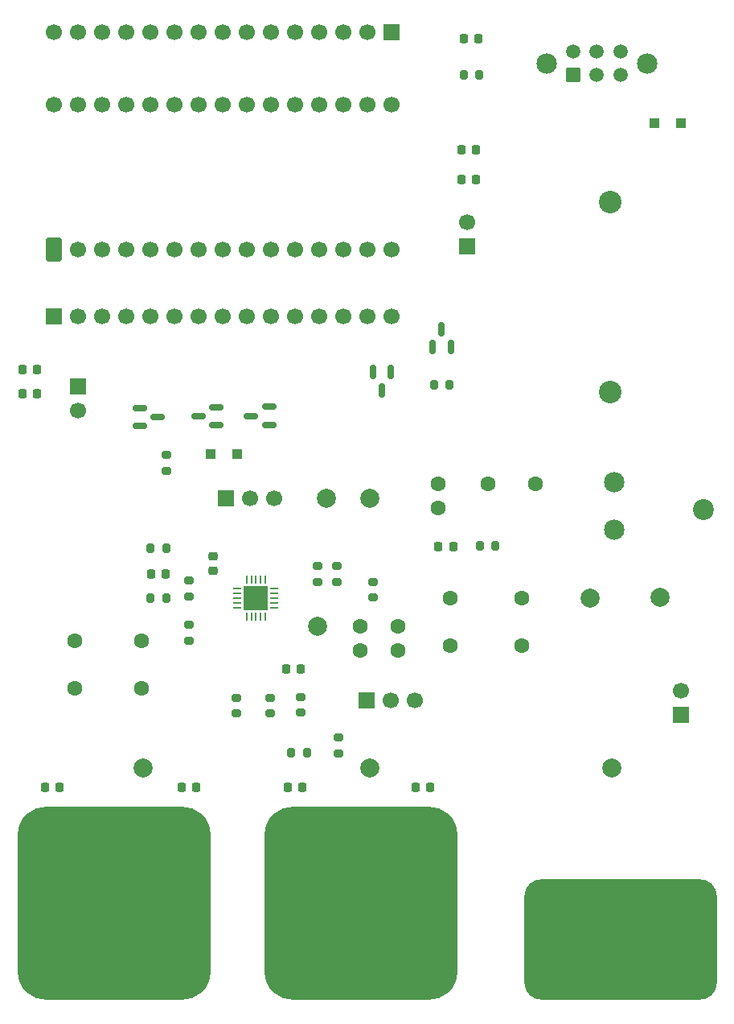
<source format=gbr>
%TF.GenerationSoftware,KiCad,Pcbnew,9.0.3*%
%TF.CreationDate,2025-08-01T10:01:51-04:00*%
%TF.ProjectId,ECG,4543472e-6b69-4636-9164-5f7063625858,rev?*%
%TF.SameCoordinates,Original*%
%TF.FileFunction,Soldermask,Top*%
%TF.FilePolarity,Negative*%
%FSLAX46Y46*%
G04 Gerber Fmt 4.6, Leading zero omitted, Abs format (unit mm)*
G04 Created by KiCad (PCBNEW 9.0.3) date 2025-08-01 10:01:51*
%MOMM*%
%LPD*%
G01*
G04 APERTURE LIST*
G04 Aperture macros list*
%AMRoundRect*
0 Rectangle with rounded corners*
0 $1 Rounding radius*
0 $2 $3 $4 $5 $6 $7 $8 $9 X,Y pos of 4 corners*
0 Add a 4 corners polygon primitive as box body*
4,1,4,$2,$3,$4,$5,$6,$7,$8,$9,$2,$3,0*
0 Add four circle primitives for the rounded corners*
1,1,$1+$1,$2,$3*
1,1,$1+$1,$4,$5*
1,1,$1+$1,$6,$7*
1,1,$1+$1,$8,$9*
0 Add four rect primitives between the rounded corners*
20,1,$1+$1,$2,$3,$4,$5,0*
20,1,$1+$1,$4,$5,$6,$7,0*
20,1,$1+$1,$6,$7,$8,$9,0*
20,1,$1+$1,$8,$9,$2,$3,0*%
G04 Aperture macros list end*
%ADD10RoundRect,0.200000X-0.275000X0.200000X-0.275000X-0.200000X0.275000X-0.200000X0.275000X0.200000X0*%
%ADD11C,2.000000*%
%ADD12RoundRect,0.225000X0.225000X0.250000X-0.225000X0.250000X-0.225000X-0.250000X0.225000X-0.250000X0*%
%ADD13R,1.700000X1.700000*%
%ADD14C,1.700000*%
%ADD15RoundRect,0.225000X-0.225000X-0.250000X0.225000X-0.250000X0.225000X0.250000X-0.225000X0.250000X0*%
%ADD16C,1.600000*%
%ADD17RoundRect,3.048000X7.112000X7.112000X-7.112000X7.112000X-7.112000X-7.112000X7.112000X-7.112000X0*%
%ADD18RoundRect,0.200000X0.275000X-0.200000X0.275000X0.200000X-0.275000X0.200000X-0.275000X-0.200000X0*%
%ADD19C,2.154000*%
%ADD20RoundRect,0.200000X0.200000X0.275000X-0.200000X0.275000X-0.200000X-0.275000X0.200000X-0.275000X0*%
%ADD21RoundRect,1.905000X8.255000X4.445000X-8.255000X4.445000X-8.255000X-4.445000X8.255000X-4.445000X0*%
%ADD22RoundRect,0.150000X0.150000X-0.587500X0.150000X0.587500X-0.150000X0.587500X-0.150000X-0.587500X0*%
%ADD23RoundRect,0.200000X-0.200000X-0.275000X0.200000X-0.275000X0.200000X0.275000X-0.200000X0.275000X0*%
%ADD24RoundRect,0.150000X0.587500X0.150000X-0.587500X0.150000X-0.587500X-0.150000X0.587500X-0.150000X0*%
%ADD25RoundRect,0.150000X-0.587500X-0.150000X0.587500X-0.150000X0.587500X0.150000X-0.587500X0.150000X0*%
%ADD26RoundRect,0.250000X-0.300000X-0.300000X0.300000X-0.300000X0.300000X0.300000X-0.300000X0.300000X0*%
%ADD27C,2.200000*%
%ADD28RoundRect,0.218750X0.218750X0.256250X-0.218750X0.256250X-0.218750X-0.256250X0.218750X-0.256250X0*%
%ADD29RoundRect,0.218750X-0.218750X-0.256250X0.218750X-0.256250X0.218750X0.256250X-0.218750X0.256250X0*%
%ADD30RoundRect,0.150000X-0.150000X0.587500X-0.150000X-0.587500X0.150000X-0.587500X0.150000X0.587500X0*%
%ADD31RoundRect,0.255000X-0.595000X1.015000X-0.595000X-1.015000X0.595000X-1.015000X0.595000X1.015000X0*%
%ADD32C,2.379000*%
%ADD33RoundRect,0.225000X-0.250000X0.225000X-0.250000X-0.225000X0.250000X-0.225000X0.250000X0.225000X0*%
%ADD34R,0.274600X0.804800*%
%ADD35R,0.804800X0.274600*%
%ADD36R,2.650000X2.650000*%
%ADD37RoundRect,0.102000X-0.654000X-0.654000X0.654000X-0.654000X0.654000X0.654000X-0.654000X0.654000X0*%
%ADD38C,1.512000*%
G04 APERTURE END LIST*
D10*
%TO.C,R8*%
X130340001Y-101967999D03*
X130340001Y-103617999D03*
%TD*%
D11*
%TO.C,TP5*%
X159090001Y-105156000D03*
%TD*%
D12*
%TO.C,C4*%
X112140001Y-84792999D03*
X110590001Y-84792999D03*
%TD*%
D13*
%TO.C,J3*%
X100330000Y-57658000D03*
D14*
X102870000Y-57658000D03*
X105410000Y-57658000D03*
X107950000Y-57658000D03*
X110490000Y-57658000D03*
X113030000Y-57658000D03*
X115570000Y-57658000D03*
X118110000Y-57658000D03*
X120650000Y-57658000D03*
X123190000Y-57658000D03*
X125730000Y-57658000D03*
X128270000Y-57658000D03*
X130810000Y-57658000D03*
X133350000Y-57658000D03*
X135890000Y-57658000D03*
%TD*%
D10*
%TO.C,R7*%
X114590001Y-85467999D03*
X114590001Y-87117999D03*
%TD*%
D15*
%TO.C,C13*%
X97028000Y-63276000D03*
X98578000Y-63276000D03*
%TD*%
D16*
%TO.C,C2*%
X109590001Y-96792999D03*
X109590001Y-91792999D03*
%TD*%
D17*
%TO.C,TP11*%
X106680000Y-119380000D03*
%TD*%
D15*
%TO.C,C9*%
X113779000Y-107188000D03*
X115329000Y-107188000D03*
%TD*%
D18*
%TO.C,R15*%
X112200000Y-73925000D03*
X112200000Y-72275000D03*
%TD*%
D13*
%TO.C,J2*%
X133260001Y-98042999D03*
D14*
X135800001Y-98042999D03*
X138340001Y-98042999D03*
%TD*%
D19*
%TO.C,J5*%
X159381000Y-75137000D03*
X159381000Y-80137000D03*
%TD*%
D16*
%TO.C,R22*%
X136590001Y-92832999D03*
X136590001Y-90292999D03*
%TD*%
D20*
%TO.C,R17*%
X112165001Y-82042999D03*
X110515001Y-82042999D03*
%TD*%
D18*
%TO.C,R4*%
X123090001Y-99442999D03*
X123090001Y-97792999D03*
%TD*%
D16*
%TO.C,C6*%
X142090001Y-92292999D03*
X142090001Y-87292999D03*
%TD*%
D21*
%TO.C,TP9*%
X160020000Y-123190000D03*
%TD*%
D11*
%TO.C,TP3*%
X133590001Y-105156000D03*
%TD*%
D22*
%TO.C,Q1*%
X140250000Y-60937500D03*
X142150000Y-60937500D03*
X141200000Y-59062500D03*
%TD*%
D15*
%TO.C,C1*%
X143243000Y-40132000D03*
X144793000Y-40132000D03*
%TD*%
D23*
%TO.C,R1*%
X145190001Y-81792999D03*
X146840001Y-81792999D03*
%TD*%
D15*
%TO.C,C14*%
X97028000Y-65786000D03*
X98578000Y-65786000D03*
%TD*%
D11*
%TO.C,TP2*%
X129090001Y-76792999D03*
%TD*%
D18*
%TO.C,R13*%
X128090001Y-85617999D03*
X128090001Y-83967999D03*
%TD*%
D11*
%TO.C,TP8*%
X164211000Y-87249000D03*
%TD*%
D15*
%TO.C,C12*%
X143243000Y-43307000D03*
X144793000Y-43307000D03*
%TD*%
D24*
%TO.C,Q5*%
X123000000Y-69100000D03*
X123000000Y-67200000D03*
X121125000Y-68150000D03*
%TD*%
D13*
%TO.C,J8*%
X102870000Y-65019000D03*
D14*
X102870000Y-67559000D03*
%TD*%
D18*
%TO.C,R10*%
X126340001Y-99367999D03*
X126340001Y-97717999D03*
%TD*%
D13*
%TO.C,J1*%
X118510001Y-76792999D03*
D14*
X121050001Y-76792999D03*
X123590001Y-76792999D03*
%TD*%
D17*
%TO.C,TP10*%
X132715000Y-119380000D03*
%TD*%
D25*
%TO.C,Q3*%
X109400000Y-67300000D03*
X109400000Y-69200000D03*
X111275000Y-68250000D03*
%TD*%
D15*
%TO.C,C8*%
X124955000Y-107188000D03*
X126505000Y-107188000D03*
%TD*%
D26*
%TO.C,D2*%
X116837000Y-72136000D03*
X119637000Y-72136000D03*
%TD*%
D16*
%TO.C,C22*%
X102590001Y-96792999D03*
X102590001Y-91792999D03*
%TD*%
D13*
%TO.C,J7*%
X166370000Y-99568000D03*
D14*
X166370000Y-97028000D03*
%TD*%
D11*
%TO.C,TP6*%
X128090001Y-90292999D03*
%TD*%
D15*
%TO.C,C5*%
X124815001Y-94792999D03*
X126365001Y-94792999D03*
%TD*%
D27*
%TO.C,H1*%
X168783000Y-77978000D03*
%TD*%
D10*
%TO.C,R5*%
X114590001Y-90142999D03*
X114590001Y-91792999D03*
%TD*%
D15*
%TO.C,C11*%
X99415000Y-107188000D03*
X100965000Y-107188000D03*
%TD*%
D20*
%TO.C,R9*%
X126990001Y-103542999D03*
X125340001Y-103542999D03*
%TD*%
D28*
%TO.C,D1*%
X142392500Y-81915000D03*
X140817500Y-81915000D03*
%TD*%
D16*
%TO.C,C7*%
X151090001Y-75292999D03*
X146090001Y-75292999D03*
%TD*%
D29*
%TO.C,D4*%
X143510000Y-28448000D03*
X145085000Y-28448000D03*
%TD*%
D30*
%TO.C,Q4*%
X135850000Y-63562500D03*
X133950000Y-63562500D03*
X134900000Y-65437500D03*
%TD*%
D31*
%TO.C,U3*%
X100330000Y-50673000D03*
D14*
X102870000Y-50673000D03*
X105410000Y-50673000D03*
X107950000Y-50673000D03*
X110490000Y-50673000D03*
X113030000Y-50673000D03*
X115570000Y-50673000D03*
X118110000Y-50673000D03*
X120650000Y-50673000D03*
X123190000Y-50673000D03*
X125730000Y-50673000D03*
X128270000Y-50673000D03*
X130810000Y-50673000D03*
X133350000Y-50673000D03*
X135890000Y-50673000D03*
X135890000Y-35433000D03*
X133350000Y-35433000D03*
X130810000Y-35433000D03*
X128270000Y-35433000D03*
X125730000Y-35433000D03*
X123190000Y-35433000D03*
X120650000Y-35433000D03*
X118110000Y-35433000D03*
X115570000Y-35433000D03*
X113030000Y-35433000D03*
X110490000Y-35433000D03*
X107950000Y-35433000D03*
X105410000Y-35433000D03*
X102870000Y-35433000D03*
X100330000Y-35433000D03*
%TD*%
D20*
%TO.C,R6*%
X112165001Y-87292999D03*
X110515001Y-87292999D03*
%TD*%
D13*
%TO.C,J6*%
X143900000Y-50275000D03*
D14*
X143900000Y-47735000D03*
%TD*%
D11*
%TO.C,TP7*%
X156840001Y-87292999D03*
%TD*%
D18*
%TO.C,R3*%
X119590001Y-99442999D03*
X119590001Y-97792999D03*
%TD*%
D23*
%TO.C,R18*%
X143510000Y-32258000D03*
X145160000Y-32258000D03*
%TD*%
D32*
%TO.C,BT1*%
X158900000Y-65683750D03*
X158900000Y-45683750D03*
%TD*%
D33*
%TO.C,C3*%
X117100000Y-82925000D03*
X117100000Y-84475000D03*
%TD*%
D11*
%TO.C,TP1*%
X133590001Y-76792999D03*
%TD*%
D16*
%TO.C,R11*%
X132590001Y-92832999D03*
X132590001Y-90292999D03*
%TD*%
D11*
%TO.C,TP4*%
X109728000Y-105156000D03*
%TD*%
D18*
%TO.C,R2*%
X130175000Y-85598000D03*
X130175000Y-83948000D03*
%TD*%
D26*
%TO.C,D3*%
X163573000Y-37338000D03*
X166373000Y-37338000D03*
%TD*%
D24*
%TO.C,Q2*%
X117437500Y-69150000D03*
X117437500Y-67250000D03*
X115562500Y-68200000D03*
%TD*%
D16*
%TO.C,C21*%
X149590001Y-92292999D03*
X149590001Y-87292999D03*
%TD*%
D20*
%TO.C,R16*%
X142025000Y-64900000D03*
X140375000Y-64900000D03*
%TD*%
D18*
%TO.C,R12*%
X133985000Y-87267999D03*
X133985000Y-85617999D03*
%TD*%
D16*
%TO.C,R14*%
X140840001Y-77837999D03*
X140840001Y-75297999D03*
%TD*%
D13*
%TO.C,J4*%
X135890000Y-27813000D03*
D14*
X133350000Y-27813000D03*
X130810000Y-27813000D03*
X128270000Y-27813000D03*
X125730000Y-27813000D03*
X123190000Y-27813000D03*
X120650000Y-27813000D03*
X118110000Y-27813000D03*
X115570000Y-27813000D03*
X113030000Y-27813000D03*
X110490000Y-27813000D03*
X107950000Y-27813000D03*
X105410000Y-27813000D03*
X102870000Y-27813000D03*
X100330000Y-27813000D03*
%TD*%
D34*
%TO.C,U1*%
X120637601Y-89245399D03*
X121137603Y-89245399D03*
X121637602Y-89245399D03*
X122137601Y-89245399D03*
X122637603Y-89245399D03*
D35*
X123590001Y-88293001D03*
X123590001Y-87792999D03*
X123590001Y-87293000D03*
X123590001Y-86793001D03*
X123590001Y-86292999D03*
D34*
X122637603Y-85340601D03*
X122137601Y-85340601D03*
X121637602Y-85340601D03*
X121137603Y-85340601D03*
X120637601Y-85340601D03*
D35*
X119685203Y-86292999D03*
X119685203Y-86793001D03*
X119685203Y-87293000D03*
X119685203Y-87792999D03*
X119685203Y-88293001D03*
D36*
X121637602Y-87293000D03*
%TD*%
D15*
%TO.C,C10*%
X138425000Y-107188000D03*
X139975000Y-107188000D03*
%TD*%
D37*
%TO.C,S1*%
X155020000Y-32258000D03*
D38*
X157520000Y-32258000D03*
X160020000Y-32258000D03*
X155020000Y-29858000D03*
X157520000Y-29858000D03*
X160020000Y-29858000D03*
D19*
X152220000Y-31058000D03*
X162820000Y-31058000D03*
%TD*%
M02*

</source>
